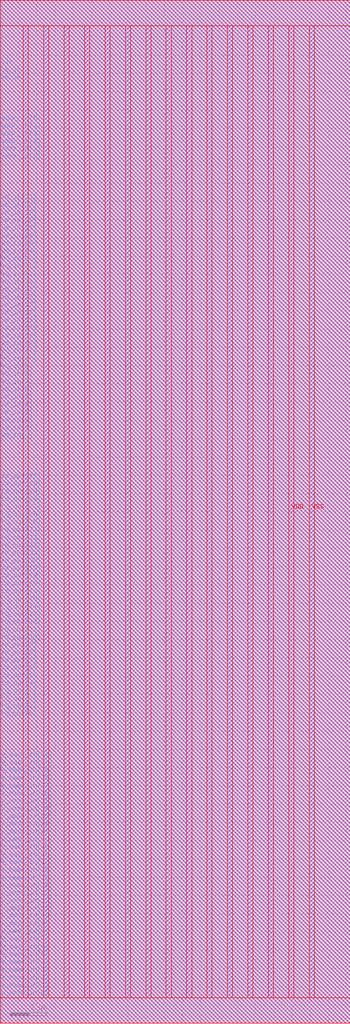
<source format=lef>
VERSION 5.7 ;
BUSBITCHARS "[]" ;
MACRO fakeram45_64x32
  FOREIGN fakeram45_64x32 0 0 ;
  SYMMETRY X Y R90 ;
  SIZE 19.190 BY 56.000 ;
  CLASS BLOCK ;
  PIN w_mask_in[0]
    DIRECTION INPUT ;
    USE SIGNAL ;
    SHAPE ABUTMENT ;
    PORT
      LAYER metal3 ;
      RECT 0.000 1.365 0.070 1.435 ;
    END
  END w_mask_in[0]
  PIN w_mask_in[1]
    DIRECTION INPUT ;
    USE SIGNAL ;
    SHAPE ABUTMENT ;
    PORT
      LAYER metal3 ;
      RECT 0.000 1.785 0.070 1.855 ;
    END
  END w_mask_in[1]
  PIN w_mask_in[2]
    DIRECTION INPUT ;
    USE SIGNAL ;
    SHAPE ABUTMENT ;
    PORT
      LAYER metal3 ;
      RECT 0.000 2.205 0.070 2.275 ;
    END
  END w_mask_in[2]
  PIN w_mask_in[3]
    DIRECTION INPUT ;
    USE SIGNAL ;
    SHAPE ABUTMENT ;
    PORT
      LAYER metal3 ;
      RECT 0.000 2.625 0.070 2.695 ;
    END
  END w_mask_in[3]
  PIN w_mask_in[4]
    DIRECTION INPUT ;
    USE SIGNAL ;
    SHAPE ABUTMENT ;
    PORT
      LAYER metal3 ;
      RECT 0.000 3.045 0.070 3.115 ;
    END
  END w_mask_in[4]
  PIN w_mask_in[5]
    DIRECTION INPUT ;
    USE SIGNAL ;
    SHAPE ABUTMENT ;
    PORT
      LAYER metal3 ;
      RECT 0.000 3.465 0.070 3.535 ;
    END
  END w_mask_in[5]
  PIN w_mask_in[6]
    DIRECTION INPUT ;
    USE SIGNAL ;
    SHAPE ABUTMENT ;
    PORT
      LAYER metal3 ;
      RECT 0.000 3.885 0.070 3.955 ;
    END
  END w_mask_in[6]
  PIN w_mask_in[7]
    DIRECTION INPUT ;
    USE SIGNAL ;
    SHAPE ABUTMENT ;
    PORT
      LAYER metal3 ;
      RECT 0.000 4.305 0.070 4.375 ;
    END
  END w_mask_in[7]
  PIN w_mask_in[8]
    DIRECTION INPUT ;
    USE SIGNAL ;
    SHAPE ABUTMENT ;
    PORT
      LAYER metal3 ;
      RECT 0.000 4.725 0.070 4.795 ;
    END
  END w_mask_in[8]
  PIN w_mask_in[9]
    DIRECTION INPUT ;
    USE SIGNAL ;
    SHAPE ABUTMENT ;
    PORT
      LAYER metal3 ;
      RECT 0.000 5.145 0.070 5.215 ;
    END
  END w_mask_in[9]
  PIN w_mask_in[10]
    DIRECTION INPUT ;
    USE SIGNAL ;
    SHAPE ABUTMENT ;
    PORT
      LAYER metal3 ;
      RECT 0.000 5.565 0.070 5.635 ;
    END
  END w_mask_in[10]
  PIN w_mask_in[11]
    DIRECTION INPUT ;
    USE SIGNAL ;
    SHAPE ABUTMENT ;
    PORT
      LAYER metal3 ;
      RECT 0.000 5.985 0.070 6.055 ;
    END
  END w_mask_in[11]
  PIN w_mask_in[12]
    DIRECTION INPUT ;
    USE SIGNAL ;
    SHAPE ABUTMENT ;
    PORT
      LAYER metal3 ;
      RECT 0.000 6.405 0.070 6.475 ;
    END
  END w_mask_in[12]
  PIN w_mask_in[13]
    DIRECTION INPUT ;
    USE SIGNAL ;
    SHAPE ABUTMENT ;
    PORT
      LAYER metal3 ;
      RECT 0.000 6.825 0.070 6.895 ;
    END
  END w_mask_in[13]
  PIN w_mask_in[14]
    DIRECTION INPUT ;
    USE SIGNAL ;
    SHAPE ABUTMENT ;
    PORT
      LAYER metal3 ;
      RECT 0.000 7.245 0.070 7.315 ;
    END
  END w_mask_in[14]
  PIN w_mask_in[15]
    DIRECTION INPUT ;
    USE SIGNAL ;
    SHAPE ABUTMENT ;
    PORT
      LAYER metal3 ;
      RECT 0.000 7.665 0.070 7.735 ;
    END
  END w_mask_in[15]
  PIN w_mask_in[16]
    DIRECTION INPUT ;
    USE SIGNAL ;
    SHAPE ABUTMENT ;
    PORT
      LAYER metal3 ;
      RECT 0.000 8.085 0.070 8.155 ;
    END
  END w_mask_in[16]
  PIN w_mask_in[17]
    DIRECTION INPUT ;
    USE SIGNAL ;
    SHAPE ABUTMENT ;
    PORT
      LAYER metal3 ;
      RECT 0.000 8.505 0.070 8.575 ;
    END
  END w_mask_in[17]
  PIN w_mask_in[18]
    DIRECTION INPUT ;
    USE SIGNAL ;
    SHAPE ABUTMENT ;
    PORT
      LAYER metal3 ;
      RECT 0.000 8.925 0.070 8.995 ;
    END
  END w_mask_in[18]
  PIN w_mask_in[19]
    DIRECTION INPUT ;
    USE SIGNAL ;
    SHAPE ABUTMENT ;
    PORT
      LAYER metal3 ;
      RECT 0.000 9.345 0.070 9.415 ;
    END
  END w_mask_in[19]
  PIN w_mask_in[20]
    DIRECTION INPUT ;
    USE SIGNAL ;
    SHAPE ABUTMENT ;
    PORT
      LAYER metal3 ;
      RECT 0.000 9.765 0.070 9.835 ;
    END
  END w_mask_in[20]
  PIN w_mask_in[21]
    DIRECTION INPUT ;
    USE SIGNAL ;
    SHAPE ABUTMENT ;
    PORT
      LAYER metal3 ;
      RECT 0.000 10.185 0.070 10.255 ;
    END
  END w_mask_in[21]
  PIN w_mask_in[22]
    DIRECTION INPUT ;
    USE SIGNAL ;
    SHAPE ABUTMENT ;
    PORT
      LAYER metal3 ;
      RECT 0.000 10.605 0.070 10.675 ;
    END
  END w_mask_in[22]
  PIN w_mask_in[23]
    DIRECTION INPUT ;
    USE SIGNAL ;
    SHAPE ABUTMENT ;
    PORT
      LAYER metal3 ;
      RECT 0.000 11.025 0.070 11.095 ;
    END
  END w_mask_in[23]
  PIN w_mask_in[24]
    DIRECTION INPUT ;
    USE SIGNAL ;
    SHAPE ABUTMENT ;
    PORT
      LAYER metal3 ;
      RECT 0.000 11.445 0.070 11.515 ;
    END
  END w_mask_in[24]
  PIN w_mask_in[25]
    DIRECTION INPUT ;
    USE SIGNAL ;
    SHAPE ABUTMENT ;
    PORT
      LAYER metal3 ;
      RECT 0.000 11.865 0.070 11.935 ;
    END
  END w_mask_in[25]
  PIN w_mask_in[26]
    DIRECTION INPUT ;
    USE SIGNAL ;
    SHAPE ABUTMENT ;
    PORT
      LAYER metal3 ;
      RECT 0.000 12.285 0.070 12.355 ;
    END
  END w_mask_in[26]
  PIN w_mask_in[27]
    DIRECTION INPUT ;
    USE SIGNAL ;
    SHAPE ABUTMENT ;
    PORT
      LAYER metal3 ;
      RECT 0.000 12.705 0.070 12.775 ;
    END
  END w_mask_in[27]
  PIN w_mask_in[28]
    DIRECTION INPUT ;
    USE SIGNAL ;
    SHAPE ABUTMENT ;
    PORT
      LAYER metal3 ;
      RECT 0.000 13.125 0.070 13.195 ;
    END
  END w_mask_in[28]
  PIN w_mask_in[29]
    DIRECTION INPUT ;
    USE SIGNAL ;
    SHAPE ABUTMENT ;
    PORT
      LAYER metal3 ;
      RECT 0.000 13.545 0.070 13.615 ;
    END
  END w_mask_in[29]
  PIN w_mask_in[30]
    DIRECTION INPUT ;
    USE SIGNAL ;
    SHAPE ABUTMENT ;
    PORT
      LAYER metal3 ;
      RECT 0.000 13.965 0.070 14.035 ;
    END
  END w_mask_in[30]
  PIN w_mask_in[31]
    DIRECTION INPUT ;
    USE SIGNAL ;
    SHAPE ABUTMENT ;
    PORT
      LAYER metal3 ;
      RECT 0.000 14.385 0.070 14.455 ;
    END
  END w_mask_in[31]
  PIN rd_out[0]
    DIRECTION OUTPUT ;
    USE SIGNAL ;
    SHAPE ABUTMENT ;
    PORT
      LAYER metal3 ;
      RECT 0.000 16.625 0.070 16.695 ;
    END
  END rd_out[0]
  PIN rd_out[1]
    DIRECTION OUTPUT ;
    USE SIGNAL ;
    SHAPE ABUTMENT ;
    PORT
      LAYER metal3 ;
      RECT 0.000 17.045 0.070 17.115 ;
    END
  END rd_out[1]
  PIN rd_out[2]
    DIRECTION OUTPUT ;
    USE SIGNAL ;
    SHAPE ABUTMENT ;
    PORT
      LAYER metal3 ;
      RECT 0.000 17.465 0.070 17.535 ;
    END
  END rd_out[2]
  PIN rd_out[3]
    DIRECTION OUTPUT ;
    USE SIGNAL ;
    SHAPE ABUTMENT ;
    PORT
      LAYER metal3 ;
      RECT 0.000 17.885 0.070 17.955 ;
    END
  END rd_out[3]
  PIN rd_out[4]
    DIRECTION OUTPUT ;
    USE SIGNAL ;
    SHAPE ABUTMENT ;
    PORT
      LAYER metal3 ;
      RECT 0.000 18.305 0.070 18.375 ;
    END
  END rd_out[4]
  PIN rd_out[5]
    DIRECTION OUTPUT ;
    USE SIGNAL ;
    SHAPE ABUTMENT ;
    PORT
      LAYER metal3 ;
      RECT 0.000 18.725 0.070 18.795 ;
    END
  END rd_out[5]
  PIN rd_out[6]
    DIRECTION OUTPUT ;
    USE SIGNAL ;
    SHAPE ABUTMENT ;
    PORT
      LAYER metal3 ;
      RECT 0.000 19.145 0.070 19.215 ;
    END
  END rd_out[6]
  PIN rd_out[7]
    DIRECTION OUTPUT ;
    USE SIGNAL ;
    SHAPE ABUTMENT ;
    PORT
      LAYER metal3 ;
      RECT 0.000 19.565 0.070 19.635 ;
    END
  END rd_out[7]
  PIN rd_out[8]
    DIRECTION OUTPUT ;
    USE SIGNAL ;
    SHAPE ABUTMENT ;
    PORT
      LAYER metal3 ;
      RECT 0.000 19.985 0.070 20.055 ;
    END
  END rd_out[8]
  PIN rd_out[9]
    DIRECTION OUTPUT ;
    USE SIGNAL ;
    SHAPE ABUTMENT ;
    PORT
      LAYER metal3 ;
      RECT 0.000 20.405 0.070 20.475 ;
    END
  END rd_out[9]
  PIN rd_out[10]
    DIRECTION OUTPUT ;
    USE SIGNAL ;
    SHAPE ABUTMENT ;
    PORT
      LAYER metal3 ;
      RECT 0.000 20.825 0.070 20.895 ;
    END
  END rd_out[10]
  PIN rd_out[11]
    DIRECTION OUTPUT ;
    USE SIGNAL ;
    SHAPE ABUTMENT ;
    PORT
      LAYER metal3 ;
      RECT 0.000 21.245 0.070 21.315 ;
    END
  END rd_out[11]
  PIN rd_out[12]
    DIRECTION OUTPUT ;
    USE SIGNAL ;
    SHAPE ABUTMENT ;
    PORT
      LAYER metal3 ;
      RECT 0.000 21.665 0.070 21.735 ;
    END
  END rd_out[12]
  PIN rd_out[13]
    DIRECTION OUTPUT ;
    USE SIGNAL ;
    SHAPE ABUTMENT ;
    PORT
      LAYER metal3 ;
      RECT 0.000 22.085 0.070 22.155 ;
    END
  END rd_out[13]
  PIN rd_out[14]
    DIRECTION OUTPUT ;
    USE SIGNAL ;
    SHAPE ABUTMENT ;
    PORT
      LAYER metal3 ;
      RECT 0.000 22.505 0.070 22.575 ;
    END
  END rd_out[14]
  PIN rd_out[15]
    DIRECTION OUTPUT ;
    USE SIGNAL ;
    SHAPE ABUTMENT ;
    PORT
      LAYER metal3 ;
      RECT 0.000 22.925 0.070 22.995 ;
    END
  END rd_out[15]
  PIN rd_out[16]
    DIRECTION OUTPUT ;
    USE SIGNAL ;
    SHAPE ABUTMENT ;
    PORT
      LAYER metal3 ;
      RECT 0.000 23.345 0.070 23.415 ;
    END
  END rd_out[16]
  PIN rd_out[17]
    DIRECTION OUTPUT ;
    USE SIGNAL ;
    SHAPE ABUTMENT ;
    PORT
      LAYER metal3 ;
      RECT 0.000 23.765 0.070 23.835 ;
    END
  END rd_out[17]
  PIN rd_out[18]
    DIRECTION OUTPUT ;
    USE SIGNAL ;
    SHAPE ABUTMENT ;
    PORT
      LAYER metal3 ;
      RECT 0.000 24.185 0.070 24.255 ;
    END
  END rd_out[18]
  PIN rd_out[19]
    DIRECTION OUTPUT ;
    USE SIGNAL ;
    SHAPE ABUTMENT ;
    PORT
      LAYER metal3 ;
      RECT 0.000 24.605 0.070 24.675 ;
    END
  END rd_out[19]
  PIN rd_out[20]
    DIRECTION OUTPUT ;
    USE SIGNAL ;
    SHAPE ABUTMENT ;
    PORT
      LAYER metal3 ;
      RECT 0.000 25.025 0.070 25.095 ;
    END
  END rd_out[20]
  PIN rd_out[21]
    DIRECTION OUTPUT ;
    USE SIGNAL ;
    SHAPE ABUTMENT ;
    PORT
      LAYER metal3 ;
      RECT 0.000 25.445 0.070 25.515 ;
    END
  END rd_out[21]
  PIN rd_out[22]
    DIRECTION OUTPUT ;
    USE SIGNAL ;
    SHAPE ABUTMENT ;
    PORT
      LAYER metal3 ;
      RECT 0.000 25.865 0.070 25.935 ;
    END
  END rd_out[22]
  PIN rd_out[23]
    DIRECTION OUTPUT ;
    USE SIGNAL ;
    SHAPE ABUTMENT ;
    PORT
      LAYER metal3 ;
      RECT 0.000 26.285 0.070 26.355 ;
    END
  END rd_out[23]
  PIN rd_out[24]
    DIRECTION OUTPUT ;
    USE SIGNAL ;
    SHAPE ABUTMENT ;
    PORT
      LAYER metal3 ;
      RECT 0.000 26.705 0.070 26.775 ;
    END
  END rd_out[24]
  PIN rd_out[25]
    DIRECTION OUTPUT ;
    USE SIGNAL ;
    SHAPE ABUTMENT ;
    PORT
      LAYER metal3 ;
      RECT 0.000 27.125 0.070 27.195 ;
    END
  END rd_out[25]
  PIN rd_out[26]
    DIRECTION OUTPUT ;
    USE SIGNAL ;
    SHAPE ABUTMENT ;
    PORT
      LAYER metal3 ;
      RECT 0.000 27.545 0.070 27.615 ;
    END
  END rd_out[26]
  PIN rd_out[27]
    DIRECTION OUTPUT ;
    USE SIGNAL ;
    SHAPE ABUTMENT ;
    PORT
      LAYER metal3 ;
      RECT 0.000 27.965 0.070 28.035 ;
    END
  END rd_out[27]
  PIN rd_out[28]
    DIRECTION OUTPUT ;
    USE SIGNAL ;
    SHAPE ABUTMENT ;
    PORT
      LAYER metal3 ;
      RECT 0.000 28.385 0.070 28.455 ;
    END
  END rd_out[28]
  PIN rd_out[29]
    DIRECTION OUTPUT ;
    USE SIGNAL ;
    SHAPE ABUTMENT ;
    PORT
      LAYER metal3 ;
      RECT 0.000 28.805 0.070 28.875 ;
    END
  END rd_out[29]
  PIN rd_out[30]
    DIRECTION OUTPUT ;
    USE SIGNAL ;
    SHAPE ABUTMENT ;
    PORT
      LAYER metal3 ;
      RECT 0.000 29.225 0.070 29.295 ;
    END
  END rd_out[30]
  PIN rd_out[31]
    DIRECTION OUTPUT ;
    USE SIGNAL ;
    SHAPE ABUTMENT ;
    PORT
      LAYER metal3 ;
      RECT 0.000 29.645 0.070 29.715 ;
    END
  END rd_out[31]
  PIN wd_in[0]
    DIRECTION INPUT ;
    USE SIGNAL ;
    SHAPE ABUTMENT ;
    PORT
      LAYER metal3 ;
      RECT 0.000 31.885 0.070 31.955 ;
    END
  END wd_in[0]
  PIN wd_in[1]
    DIRECTION INPUT ;
    USE SIGNAL ;
    SHAPE ABUTMENT ;
    PORT
      LAYER metal3 ;
      RECT 0.000 32.305 0.070 32.375 ;
    END
  END wd_in[1]
  PIN wd_in[2]
    DIRECTION INPUT ;
    USE SIGNAL ;
    SHAPE ABUTMENT ;
    PORT
      LAYER metal3 ;
      RECT 0.000 32.725 0.070 32.795 ;
    END
  END wd_in[2]
  PIN wd_in[3]
    DIRECTION INPUT ;
    USE SIGNAL ;
    SHAPE ABUTMENT ;
    PORT
      LAYER metal3 ;
      RECT 0.000 33.145 0.070 33.215 ;
    END
  END wd_in[3]
  PIN wd_in[4]
    DIRECTION INPUT ;
    USE SIGNAL ;
    SHAPE ABUTMENT ;
    PORT
      LAYER metal3 ;
      RECT 0.000 33.565 0.070 33.635 ;
    END
  END wd_in[4]
  PIN wd_in[5]
    DIRECTION INPUT ;
    USE SIGNAL ;
    SHAPE ABUTMENT ;
    PORT
      LAYER metal3 ;
      RECT 0.000 33.985 0.070 34.055 ;
    END
  END wd_in[5]
  PIN wd_in[6]
    DIRECTION INPUT ;
    USE SIGNAL ;
    SHAPE ABUTMENT ;
    PORT
      LAYER metal3 ;
      RECT 0.000 34.405 0.070 34.475 ;
    END
  END wd_in[6]
  PIN wd_in[7]
    DIRECTION INPUT ;
    USE SIGNAL ;
    SHAPE ABUTMENT ;
    PORT
      LAYER metal3 ;
      RECT 0.000 34.825 0.070 34.895 ;
    END
  END wd_in[7]
  PIN wd_in[8]
    DIRECTION INPUT ;
    USE SIGNAL ;
    SHAPE ABUTMENT ;
    PORT
      LAYER metal3 ;
      RECT 0.000 35.245 0.070 35.315 ;
    END
  END wd_in[8]
  PIN wd_in[9]
    DIRECTION INPUT ;
    USE SIGNAL ;
    SHAPE ABUTMENT ;
    PORT
      LAYER metal3 ;
      RECT 0.000 35.665 0.070 35.735 ;
    END
  END wd_in[9]
  PIN wd_in[10]
    DIRECTION INPUT ;
    USE SIGNAL ;
    SHAPE ABUTMENT ;
    PORT
      LAYER metal3 ;
      RECT 0.000 36.085 0.070 36.155 ;
    END
  END wd_in[10]
  PIN wd_in[11]
    DIRECTION INPUT ;
    USE SIGNAL ;
    SHAPE ABUTMENT ;
    PORT
      LAYER metal3 ;
      RECT 0.000 36.505 0.070 36.575 ;
    END
  END wd_in[11]
  PIN wd_in[12]
    DIRECTION INPUT ;
    USE SIGNAL ;
    SHAPE ABUTMENT ;
    PORT
      LAYER metal3 ;
      RECT 0.000 36.925 0.070 36.995 ;
    END
  END wd_in[12]
  PIN wd_in[13]
    DIRECTION INPUT ;
    USE SIGNAL ;
    SHAPE ABUTMENT ;
    PORT
      LAYER metal3 ;
      RECT 0.000 37.345 0.070 37.415 ;
    END
  END wd_in[13]
  PIN wd_in[14]
    DIRECTION INPUT ;
    USE SIGNAL ;
    SHAPE ABUTMENT ;
    PORT
      LAYER metal3 ;
      RECT 0.000 37.765 0.070 37.835 ;
    END
  END wd_in[14]
  PIN wd_in[15]
    DIRECTION INPUT ;
    USE SIGNAL ;
    SHAPE ABUTMENT ;
    PORT
      LAYER metal3 ;
      RECT 0.000 38.185 0.070 38.255 ;
    END
  END wd_in[15]
  PIN wd_in[16]
    DIRECTION INPUT ;
    USE SIGNAL ;
    SHAPE ABUTMENT ;
    PORT
      LAYER metal3 ;
      RECT 0.000 38.605 0.070 38.675 ;
    END
  END wd_in[16]
  PIN wd_in[17]
    DIRECTION INPUT ;
    USE SIGNAL ;
    SHAPE ABUTMENT ;
    PORT
      LAYER metal3 ;
      RECT 0.000 39.025 0.070 39.095 ;
    END
  END wd_in[17]
  PIN wd_in[18]
    DIRECTION INPUT ;
    USE SIGNAL ;
    SHAPE ABUTMENT ;
    PORT
      LAYER metal3 ;
      RECT 0.000 39.445 0.070 39.515 ;
    END
  END wd_in[18]
  PIN wd_in[19]
    DIRECTION INPUT ;
    USE SIGNAL ;
    SHAPE ABUTMENT ;
    PORT
      LAYER metal3 ;
      RECT 0.000 39.865 0.070 39.935 ;
    END
  END wd_in[19]
  PIN wd_in[20]
    DIRECTION INPUT ;
    USE SIGNAL ;
    SHAPE ABUTMENT ;
    PORT
      LAYER metal3 ;
      RECT 0.000 40.285 0.070 40.355 ;
    END
  END wd_in[20]
  PIN wd_in[21]
    DIRECTION INPUT ;
    USE SIGNAL ;
    SHAPE ABUTMENT ;
    PORT
      LAYER metal3 ;
      RECT 0.000 40.705 0.070 40.775 ;
    END
  END wd_in[21]
  PIN wd_in[22]
    DIRECTION INPUT ;
    USE SIGNAL ;
    SHAPE ABUTMENT ;
    PORT
      LAYER metal3 ;
      RECT 0.000 41.125 0.070 41.195 ;
    END
  END wd_in[22]
  PIN wd_in[23]
    DIRECTION INPUT ;
    USE SIGNAL ;
    SHAPE ABUTMENT ;
    PORT
      LAYER metal3 ;
      RECT 0.000 41.545 0.070 41.615 ;
    END
  END wd_in[23]
  PIN wd_in[24]
    DIRECTION INPUT ;
    USE SIGNAL ;
    SHAPE ABUTMENT ;
    PORT
      LAYER metal3 ;
      RECT 0.000 41.965 0.070 42.035 ;
    END
  END wd_in[24]
  PIN wd_in[25]
    DIRECTION INPUT ;
    USE SIGNAL ;
    SHAPE ABUTMENT ;
    PORT
      LAYER metal3 ;
      RECT 0.000 42.385 0.070 42.455 ;
    END
  END wd_in[25]
  PIN wd_in[26]
    DIRECTION INPUT ;
    USE SIGNAL ;
    SHAPE ABUTMENT ;
    PORT
      LAYER metal3 ;
      RECT 0.000 42.805 0.070 42.875 ;
    END
  END wd_in[26]
  PIN wd_in[27]
    DIRECTION INPUT ;
    USE SIGNAL ;
    SHAPE ABUTMENT ;
    PORT
      LAYER metal3 ;
      RECT 0.000 43.225 0.070 43.295 ;
    END
  END wd_in[27]
  PIN wd_in[28]
    DIRECTION INPUT ;
    USE SIGNAL ;
    SHAPE ABUTMENT ;
    PORT
      LAYER metal3 ;
      RECT 0.000 43.645 0.070 43.715 ;
    END
  END wd_in[28]
  PIN wd_in[29]
    DIRECTION INPUT ;
    USE SIGNAL ;
    SHAPE ABUTMENT ;
    PORT
      LAYER metal3 ;
      RECT 0.000 44.065 0.070 44.135 ;
    END
  END wd_in[29]
  PIN wd_in[30]
    DIRECTION INPUT ;
    USE SIGNAL ;
    SHAPE ABUTMENT ;
    PORT
      LAYER metal3 ;
      RECT 0.000 44.485 0.070 44.555 ;
    END
  END wd_in[30]
  PIN wd_in[31]
    DIRECTION INPUT ;
    USE SIGNAL ;
    SHAPE ABUTMENT ;
    PORT
      LAYER metal3 ;
      RECT 0.000 44.905 0.070 44.975 ;
    END
  END wd_in[31]
  PIN addr_in[0]
    DIRECTION INPUT ;
    USE SIGNAL ;
    SHAPE ABUTMENT ;
    PORT
      LAYER metal3 ;
      RECT 0.000 47.145 0.070 47.215 ;
    END
  END addr_in[0]
  PIN addr_in[1]
    DIRECTION INPUT ;
    USE SIGNAL ;
    SHAPE ABUTMENT ;
    PORT
      LAYER metal3 ;
      RECT 0.000 47.565 0.070 47.635 ;
    END
  END addr_in[1]
  PIN addr_in[2]
    DIRECTION INPUT ;
    USE SIGNAL ;
    SHAPE ABUTMENT ;
    PORT
      LAYER metal3 ;
      RECT 0.000 47.985 0.070 48.055 ;
    END
  END addr_in[2]
  PIN addr_in[3]
    DIRECTION INPUT ;
    USE SIGNAL ;
    SHAPE ABUTMENT ;
    PORT
      LAYER metal3 ;
      RECT 0.000 48.405 0.070 48.475 ;
    END
  END addr_in[3]
  PIN addr_in[4]
    DIRECTION INPUT ;
    USE SIGNAL ;
    SHAPE ABUTMENT ;
    PORT
      LAYER metal3 ;
      RECT 0.000 48.825 0.070 48.895 ;
    END
  END addr_in[4]
  PIN addr_in[5]
    DIRECTION INPUT ;
    USE SIGNAL ;
    SHAPE ABUTMENT ;
    PORT
      LAYER metal3 ;
      RECT 0.000 49.245 0.070 49.315 ;
    END
  END addr_in[5]
  PIN we_in
    DIRECTION INPUT ;
    USE SIGNAL ;
    SHAPE ABUTMENT ;
    PORT
      LAYER metal3 ;
      RECT 0.000 51.485 0.070 51.555 ;
    END
  END we_in
  PIN ce_in
    DIRECTION INPUT ;
    USE SIGNAL ;
    SHAPE ABUTMENT ;
    PORT
      LAYER metal3 ;
      RECT 0.000 51.905 0.070 51.975 ;
    END
  END ce_in
  PIN clk
    DIRECTION INPUT ;
    USE SIGNAL ;
    SHAPE ABUTMENT ;
    PORT
      LAYER metal3 ;
      RECT 0.000 52.325 0.070 52.395 ;
    END
  END clk
  PIN VSS
    DIRECTION INOUT ;
    USE GROUND ;
    PORT
      LAYER metal4 ;
      RECT 1.260 1.400 1.540 54.600 ;
      RECT 3.500 1.400 3.780 54.600 ;
      RECT 5.740 1.400 6.020 54.600 ;
      RECT 7.980 1.400 8.260 54.600 ;
      RECT 10.220 1.400 10.500 54.600 ;
      RECT 12.460 1.400 12.740 54.600 ;
      RECT 14.700 1.400 14.980 54.600 ;
      RECT 16.940 1.400 17.220 54.600 ;
    END
  END VSS
  PIN VDD
    DIRECTION INOUT ;
    USE POWER ;
    PORT
      LAYER metal4 ;
      RECT 2.380 1.400 2.660 54.600 ;
      RECT 4.620 1.400 4.900 54.600 ;
      RECT 6.860 1.400 7.140 54.600 ;
      RECT 9.100 1.400 9.380 54.600 ;
      RECT 11.340 1.400 11.620 54.600 ;
      RECT 13.580 1.400 13.860 54.600 ;
      RECT 15.820 1.400 16.100 54.600 ;
    END
  END VDD
  OBS
    LAYER metal1 ;
    RECT 0 0 19.190 56.000 ;
    LAYER metal2 ;
    RECT 0 0 19.190 56.000 ;
    LAYER metal3 ;
    RECT 0.070 0 19.190 56.000 ;
    RECT 0 0.000 0.070 1.365 ;
    RECT 0 1.435 0.070 1.785 ;
    RECT 0 1.855 0.070 2.205 ;
    RECT 0 2.275 0.070 2.625 ;
    RECT 0 2.695 0.070 3.045 ;
    RECT 0 3.115 0.070 3.465 ;
    RECT 0 3.535 0.070 3.885 ;
    RECT 0 3.955 0.070 4.305 ;
    RECT 0 4.375 0.070 4.725 ;
    RECT 0 4.795 0.070 5.145 ;
    RECT 0 5.215 0.070 5.565 ;
    RECT 0 5.635 0.070 5.985 ;
    RECT 0 6.055 0.070 6.405 ;
    RECT 0 6.475 0.070 6.825 ;
    RECT 0 6.895 0.070 7.245 ;
    RECT 0 7.315 0.070 7.665 ;
    RECT 0 7.735 0.070 8.085 ;
    RECT 0 8.155 0.070 8.505 ;
    RECT 0 8.575 0.070 8.925 ;
    RECT 0 8.995 0.070 9.345 ;
    RECT 0 9.415 0.070 9.765 ;
    RECT 0 9.835 0.070 10.185 ;
    RECT 0 10.255 0.070 10.605 ;
    RECT 0 10.675 0.070 11.025 ;
    RECT 0 11.095 0.070 11.445 ;
    RECT 0 11.515 0.070 11.865 ;
    RECT 0 11.935 0.070 12.285 ;
    RECT 0 12.355 0.070 12.705 ;
    RECT 0 12.775 0.070 13.125 ;
    RECT 0 13.195 0.070 13.545 ;
    RECT 0 13.615 0.070 13.965 ;
    RECT 0 14.035 0.070 14.385 ;
    RECT 0 14.455 0.070 16.625 ;
    RECT 0 16.695 0.070 17.045 ;
    RECT 0 17.115 0.070 17.465 ;
    RECT 0 17.535 0.070 17.885 ;
    RECT 0 17.955 0.070 18.305 ;
    RECT 0 18.375 0.070 18.725 ;
    RECT 0 18.795 0.070 19.145 ;
    RECT 0 19.215 0.070 19.565 ;
    RECT 0 19.635 0.070 19.985 ;
    RECT 0 20.055 0.070 20.405 ;
    RECT 0 20.475 0.070 20.825 ;
    RECT 0 20.895 0.070 21.245 ;
    RECT 0 21.315 0.070 21.665 ;
    RECT 0 21.735 0.070 22.085 ;
    RECT 0 22.155 0.070 22.505 ;
    RECT 0 22.575 0.070 22.925 ;
    RECT 0 22.995 0.070 23.345 ;
    RECT 0 23.415 0.070 23.765 ;
    RECT 0 23.835 0.070 24.185 ;
    RECT 0 24.255 0.070 24.605 ;
    RECT 0 24.675 0.070 25.025 ;
    RECT 0 25.095 0.070 25.445 ;
    RECT 0 25.515 0.070 25.865 ;
    RECT 0 25.935 0.070 26.285 ;
    RECT 0 26.355 0.070 26.705 ;
    RECT 0 26.775 0.070 27.125 ;
    RECT 0 27.195 0.070 27.545 ;
    RECT 0 27.615 0.070 27.965 ;
    RECT 0 28.035 0.070 28.385 ;
    RECT 0 28.455 0.070 28.805 ;
    RECT 0 28.875 0.070 29.225 ;
    RECT 0 29.295 0.070 29.645 ;
    RECT 0 29.715 0.070 31.885 ;
    RECT 0 31.955 0.070 32.305 ;
    RECT 0 32.375 0.070 32.725 ;
    RECT 0 32.795 0.070 33.145 ;
    RECT 0 33.215 0.070 33.565 ;
    RECT 0 33.635 0.070 33.985 ;
    RECT 0 34.055 0.070 34.405 ;
    RECT 0 34.475 0.070 34.825 ;
    RECT 0 34.895 0.070 35.245 ;
    RECT 0 35.315 0.070 35.665 ;
    RECT 0 35.735 0.070 36.085 ;
    RECT 0 36.155 0.070 36.505 ;
    RECT 0 36.575 0.070 36.925 ;
    RECT 0 36.995 0.070 37.345 ;
    RECT 0 37.415 0.070 37.765 ;
    RECT 0 37.835 0.070 38.185 ;
    RECT 0 38.255 0.070 38.605 ;
    RECT 0 38.675 0.070 39.025 ;
    RECT 0 39.095 0.070 39.445 ;
    RECT 0 39.515 0.070 39.865 ;
    RECT 0 39.935 0.070 40.285 ;
    RECT 0 40.355 0.070 40.705 ;
    RECT 0 40.775 0.070 41.125 ;
    RECT 0 41.195 0.070 41.545 ;
    RECT 0 41.615 0.070 41.965 ;
    RECT 0 42.035 0.070 42.385 ;
    RECT 0 42.455 0.070 42.805 ;
    RECT 0 42.875 0.070 43.225 ;
    RECT 0 43.295 0.070 43.645 ;
    RECT 0 43.715 0.070 44.065 ;
    RECT 0 44.135 0.070 44.485 ;
    RECT 0 44.555 0.070 44.905 ;
    RECT 0 44.975 0.070 47.145 ;
    RECT 0 47.215 0.070 47.565 ;
    RECT 0 47.635 0.070 47.985 ;
    RECT 0 48.055 0.070 48.405 ;
    RECT 0 48.475 0.070 48.825 ;
    RECT 0 48.895 0.070 49.245 ;
    RECT 0 49.315 0.070 51.485 ;
    RECT 0 51.555 0.070 51.905 ;
    RECT 0 51.975 0.070 52.325 ;
    RECT 0 52.395 0.070 56.000 ;
    LAYER metal4 ;
    RECT 0 0 19.190 1.400 ;
    RECT 0 54.600 19.190 56.000 ;
    RECT 0.000 1.400 1.260 54.600 ;
    RECT 1.540 1.400 2.380 54.600 ;
    RECT 2.660 1.400 3.500 54.600 ;
    RECT 3.780 1.400 4.620 54.600 ;
    RECT 4.900 1.400 5.740 54.600 ;
    RECT 6.020 1.400 6.860 54.600 ;
    RECT 7.140 1.400 7.980 54.600 ;
    RECT 8.260 1.400 9.100 54.600 ;
    RECT 9.380 1.400 10.220 54.600 ;
    RECT 10.500 1.400 11.340 54.600 ;
    RECT 11.620 1.400 12.460 54.600 ;
    RECT 12.740 1.400 13.580 54.600 ;
    RECT 13.860 1.400 14.700 54.600 ;
    RECT 14.980 1.400 15.820 54.600 ;
    RECT 16.100 1.400 16.940 54.600 ;
    RECT 17.220 1.400 19.190 54.600 ;
    LAYER OVERLAP ;
    RECT 0 0 19.190 56.000 ;
  END
END fakeram45_64x32

END LIBRARY

</source>
